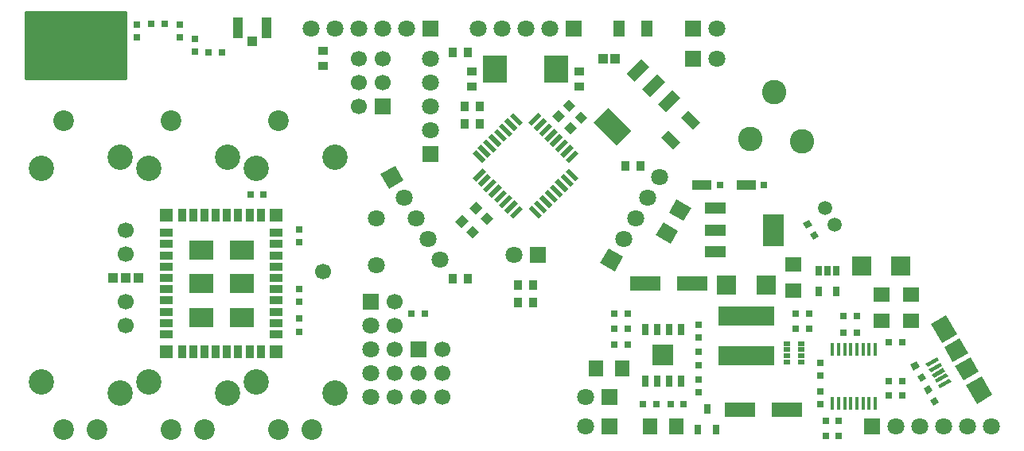
<source format=gts>
%FSLAX34Y34*%
G04 Gerber Fmt 3.4, Leading zero omitted, Abs format*
G04 (created by PCBNEW (2014-03-19 BZR 4756)-product) date Mon 16 Jun 2014 02:55:52 PM CDT*
%MOIN*%
G01*
G70*
G90*
G04 APERTURE LIST*
%ADD10C,0.006000*%
%ADD11R,0.039370X0.059055*%
%ADD12R,0.027559X0.027559*%
%ADD13R,0.070866X0.062992*%
%ADD14R,0.125984X0.062992*%
%ADD15R,0.025591X0.041732*%
%ADD16R,0.086614X0.047244*%
%ADD17R,0.086614X0.137795*%
%ADD18R,0.013800X0.055100*%
%ADD19R,0.100488X0.080803*%
%ADD20R,0.053244X0.053244*%
%ADD21R,0.053244X0.033559*%
%ADD22R,0.033559X0.053244*%
%ADD23R,0.070866X0.070866*%
%ADD24C,0.070866*%
%ADD25R,0.066929X0.066929*%
%ADD26C,0.066929*%
%ADD27R,0.039370X0.039370*%
%ADD28R,0.039370X0.086614*%
%ADD29R,0.062992X0.070866*%
%ADD30R,0.027559X0.051181*%
%ADD31R,0.090551X0.090551*%
%ADD32R,0.236220X0.078740*%
%ADD33R,0.078740X0.043307*%
%ADD34R,0.031496X0.031496*%
%ADD35R,0.078740X0.078740*%
%ADD36R,0.031591X0.023717*%
%ADD37C,0.102362*%
%ADD38C,0.086614*%
%ADD39C,0.106299*%
%ADD40C,0.059055*%
%ADD41R,0.098425X0.118110*%
%ADD42R,0.039370X0.037402*%
%ADD43R,0.045276X0.070866*%
%ADD44R,0.035433X0.039370*%
%ADD45C,0.010000*%
G04 APERTURE END LIST*
G54D10*
G54D11*
X50277Y-37350D03*
X47522Y-37350D03*
G54D12*
X79324Y-49500D03*
X79875Y-49500D03*
X83224Y-50700D03*
X83775Y-50700D03*
G54D10*
G36*
X84673Y-52660D02*
X84912Y-52523D01*
X85050Y-52761D01*
X84811Y-52899D01*
X84673Y-52660D01*
X84673Y-52660D01*
G37*
G36*
X84949Y-53138D02*
X85188Y-53000D01*
X85326Y-53239D01*
X85087Y-53376D01*
X84949Y-53138D01*
X84949Y-53138D01*
G37*
G36*
X84776Y-52239D02*
X84537Y-52376D01*
X84399Y-52138D01*
X84638Y-52000D01*
X84776Y-52239D01*
X84776Y-52239D01*
G37*
G36*
X84500Y-51761D02*
X84261Y-51899D01*
X84123Y-51660D01*
X84362Y-51523D01*
X84500Y-51761D01*
X84500Y-51761D01*
G37*
G54D13*
X82900Y-49801D03*
X82900Y-48698D03*
G54D10*
G36*
X80276Y-46289D02*
X80037Y-46426D01*
X79899Y-46188D01*
X80138Y-46050D01*
X80276Y-46289D01*
X80276Y-46289D01*
G37*
G36*
X80000Y-45811D02*
X79761Y-45949D01*
X79623Y-45710D01*
X79862Y-45573D01*
X80000Y-45811D01*
X80000Y-45811D01*
G37*
G36*
X74326Y-44722D02*
X74939Y-45077D01*
X74624Y-45622D01*
X74011Y-45268D01*
X74326Y-44722D01*
X74326Y-44722D01*
G37*
G36*
X73775Y-45677D02*
X74388Y-46031D01*
X74073Y-46577D01*
X73460Y-46222D01*
X73775Y-45677D01*
X73775Y-45677D01*
G37*
G54D12*
X80350Y-52774D03*
X80350Y-53325D03*
X72924Y-53300D03*
X73475Y-53300D03*
X80350Y-52125D03*
X80350Y-51574D03*
G54D14*
X74984Y-48250D03*
X73015Y-48250D03*
G54D13*
X79200Y-47448D03*
X79200Y-48551D03*
G54D12*
X52324Y-37350D03*
X52875Y-37350D03*
X54150Y-38525D03*
X54150Y-37974D03*
X54724Y-38550D03*
X55275Y-38550D03*
X58500Y-48474D03*
X58500Y-49025D03*
X58500Y-49724D03*
X58500Y-50275D03*
G54D13*
X84150Y-49801D03*
X84150Y-48698D03*
G54D15*
X81024Y-47716D03*
X80650Y-47716D03*
X80275Y-47716D03*
X80275Y-48583D03*
X81024Y-48583D03*
G54D16*
X75929Y-45094D03*
X75929Y-46000D03*
X75929Y-46905D03*
G54D17*
X78370Y-46000D03*
G54D18*
X80854Y-53282D03*
X81110Y-53282D03*
X81366Y-53282D03*
X81622Y-53282D03*
X81878Y-53282D03*
X82134Y-53282D03*
X82390Y-53282D03*
X82646Y-53282D03*
X82646Y-51018D03*
X82390Y-51018D03*
X82134Y-51018D03*
X81878Y-51018D03*
X81622Y-51018D03*
X81366Y-51018D03*
X81110Y-51018D03*
X80854Y-51018D03*
G54D19*
X54403Y-46832D03*
X54403Y-48250D03*
X54403Y-49667D03*
X56096Y-46832D03*
X56096Y-48250D03*
X56096Y-49667D03*
G54D20*
X52946Y-51104D03*
X57553Y-51104D03*
X57553Y-45395D03*
X52946Y-45395D03*
G54D21*
X52946Y-46124D03*
X52946Y-46596D03*
X52946Y-47068D03*
X52946Y-47541D03*
X52946Y-48013D03*
X52946Y-48486D03*
X52946Y-48958D03*
X52946Y-49431D03*
X52946Y-49903D03*
X52946Y-50375D03*
G54D22*
X53596Y-51104D03*
X54068Y-51104D03*
X54541Y-51104D03*
X55013Y-51104D03*
X55486Y-51104D03*
X55958Y-51104D03*
X56431Y-51104D03*
X56903Y-51104D03*
G54D21*
X57553Y-50375D03*
X57553Y-49903D03*
X57553Y-49431D03*
X57553Y-48958D03*
X57553Y-48486D03*
X57553Y-48013D03*
X57553Y-47541D03*
X57553Y-47068D03*
X57553Y-46596D03*
X57553Y-46124D03*
G54D22*
X56903Y-45395D03*
X56431Y-45395D03*
X55958Y-45395D03*
X55486Y-45395D03*
X55013Y-45395D03*
X54541Y-45395D03*
X54068Y-45395D03*
X53596Y-45395D03*
G54D10*
G36*
X85750Y-52238D02*
X85829Y-52374D01*
X85351Y-52650D01*
X85273Y-52514D01*
X85750Y-52238D01*
X85750Y-52238D01*
G37*
G36*
X85622Y-52016D02*
X85701Y-52153D01*
X85223Y-52428D01*
X85145Y-52292D01*
X85622Y-52016D01*
X85622Y-52016D01*
G37*
G36*
X85494Y-51795D02*
X85573Y-51931D01*
X85096Y-52207D01*
X85017Y-52070D01*
X85494Y-51795D01*
X85494Y-51795D01*
G37*
G36*
X85366Y-51573D02*
X85445Y-51709D01*
X84968Y-51985D01*
X84889Y-51849D01*
X85366Y-51573D01*
X85366Y-51573D01*
G37*
G36*
X85238Y-51351D02*
X85317Y-51488D01*
X84840Y-51763D01*
X84761Y-51627D01*
X85238Y-51351D01*
X85238Y-51351D01*
G37*
G36*
X87102Y-52139D02*
X87555Y-52923D01*
X86907Y-53297D01*
X86454Y-52513D01*
X87102Y-52139D01*
X87102Y-52139D01*
G37*
G36*
X85626Y-49582D02*
X86079Y-50366D01*
X85431Y-50740D01*
X84978Y-49956D01*
X85626Y-49582D01*
X85626Y-49582D01*
G37*
G36*
X86187Y-50554D02*
X86541Y-51167D01*
X85893Y-51541D01*
X85539Y-50928D01*
X86187Y-50554D01*
X86187Y-50554D01*
G37*
G36*
X86640Y-51338D02*
X86994Y-51952D01*
X86346Y-52326D01*
X85992Y-51712D01*
X86640Y-51338D01*
X86640Y-51338D01*
G37*
G54D23*
X82500Y-54250D03*
G54D24*
X83500Y-54250D03*
X84500Y-54250D03*
X86500Y-54250D03*
X87500Y-54250D03*
X85500Y-54250D03*
G54D23*
X61500Y-49000D03*
G54D24*
X61500Y-50000D03*
X61500Y-51000D03*
X61500Y-53000D03*
X61500Y-52000D03*
G54D23*
X71500Y-53000D03*
G54D24*
X70500Y-53000D03*
G54D23*
X71500Y-54250D03*
G54D24*
X70500Y-54250D03*
G54D25*
X63500Y-51000D03*
G54D26*
X64500Y-51000D03*
X63500Y-52000D03*
X64500Y-52000D03*
X63500Y-53000D03*
X64500Y-53000D03*
G54D27*
X56550Y-38090D03*
G54D28*
X55959Y-37500D03*
X57140Y-37500D03*
G54D27*
X51781Y-48000D03*
X50718Y-48000D03*
X51250Y-48000D03*
G54D12*
X51700Y-37374D03*
X51700Y-37925D03*
X53500Y-37374D03*
X53500Y-37925D03*
X81125Y-54000D03*
X80574Y-54000D03*
X81875Y-49600D03*
X81324Y-49600D03*
G54D15*
X75225Y-54383D03*
X75600Y-53516D03*
X75974Y-54383D03*
G54D12*
X79875Y-50150D03*
X79324Y-50150D03*
X83775Y-52950D03*
X83224Y-52950D03*
X83775Y-52350D03*
X83224Y-52350D03*
X74074Y-53300D03*
X74625Y-53300D03*
X72275Y-50150D03*
X71724Y-50150D03*
X72275Y-49500D03*
X71724Y-49500D03*
X75250Y-51675D03*
X75250Y-51124D03*
X80574Y-54650D03*
X81125Y-54650D03*
X81324Y-50300D03*
X81875Y-50300D03*
X63775Y-49500D03*
X63224Y-49500D03*
X56474Y-44500D03*
X57025Y-44500D03*
X58500Y-45974D03*
X58500Y-46525D03*
G54D26*
X51250Y-46000D03*
X51250Y-47000D03*
X59500Y-47750D03*
X51250Y-49000D03*
X51250Y-50000D03*
X62500Y-49000D03*
X62500Y-50000D03*
X62500Y-51000D03*
X62500Y-52000D03*
X62500Y-53000D03*
G54D14*
X76965Y-53550D03*
X78934Y-53550D03*
G54D29*
X74301Y-54250D03*
X73198Y-54250D03*
G54D12*
X75250Y-52274D03*
X75250Y-52825D03*
X75250Y-49974D03*
X75250Y-50525D03*
X72275Y-50800D03*
X71724Y-50800D03*
G54D29*
X72051Y-51800D03*
X70948Y-51800D03*
G54D30*
X73000Y-52332D03*
X73500Y-52332D03*
X74000Y-52332D03*
X74500Y-52332D03*
X74500Y-50167D03*
X74000Y-50167D03*
X73500Y-50167D03*
X73000Y-50167D03*
G54D31*
X73750Y-51250D03*
G54D32*
X77250Y-49603D03*
X77250Y-51296D03*
G54D33*
X75394Y-44100D03*
G54D34*
X76142Y-44100D03*
G54D35*
X82073Y-47500D03*
X83726Y-47500D03*
X76423Y-48300D03*
X78076Y-48300D03*
G54D33*
X77244Y-44100D03*
G54D34*
X77992Y-44100D03*
G54D36*
X78944Y-50766D03*
X78944Y-51022D03*
X78944Y-51277D03*
X78944Y-51533D03*
X79555Y-51533D03*
X79555Y-51277D03*
X79555Y-51022D03*
X79555Y-50766D03*
G54D37*
X79590Y-42272D03*
X78409Y-40227D03*
X77397Y-42175D03*
G54D38*
X53161Y-54396D03*
X54538Y-54396D03*
X53161Y-41403D03*
G54D39*
X52196Y-52388D03*
X52196Y-43411D03*
X55503Y-52860D03*
X55503Y-42939D03*
G54D38*
X57661Y-54396D03*
X59038Y-54396D03*
X57661Y-41403D03*
G54D39*
X56696Y-52388D03*
X56696Y-43411D03*
X60003Y-52860D03*
X60003Y-42939D03*
G54D38*
X48661Y-54396D03*
X50038Y-54396D03*
X48661Y-41403D03*
G54D39*
X47696Y-52388D03*
X47696Y-43411D03*
X51003Y-52860D03*
X51003Y-42939D03*
G54D40*
X80553Y-45092D03*
X80946Y-45774D03*
G54D24*
X61750Y-45515D03*
X61750Y-47484D03*
G54D10*
G36*
X70088Y-42631D02*
X70227Y-42770D01*
X69809Y-43188D01*
X69670Y-43048D01*
X70088Y-42631D01*
X70088Y-42631D01*
G37*
G36*
X69865Y-42408D02*
X70004Y-42547D01*
X69586Y-42965D01*
X69447Y-42826D01*
X69865Y-42408D01*
X69865Y-42408D01*
G37*
G36*
X69642Y-42185D02*
X69781Y-42324D01*
X69364Y-42742D01*
X69224Y-42603D01*
X69642Y-42185D01*
X69642Y-42185D01*
G37*
G36*
X69419Y-41962D02*
X69559Y-42102D01*
X69141Y-42520D01*
X69001Y-42380D01*
X69419Y-41962D01*
X69419Y-41962D01*
G37*
G36*
X69197Y-41740D02*
X69337Y-41880D01*
X68919Y-42298D01*
X68779Y-42158D01*
X69197Y-41740D01*
X69197Y-41740D01*
G37*
G36*
X68975Y-41518D02*
X69114Y-41657D01*
X68696Y-42075D01*
X68557Y-41935D01*
X68975Y-41518D01*
X68975Y-41518D01*
G37*
G36*
X68752Y-41295D02*
X68891Y-41434D01*
X68473Y-41852D01*
X68334Y-41713D01*
X68752Y-41295D01*
X68752Y-41295D01*
G37*
G36*
X68529Y-41072D02*
X68668Y-41211D01*
X68251Y-41629D01*
X68111Y-41490D01*
X68529Y-41072D01*
X68529Y-41072D01*
G37*
G36*
X67331Y-41211D02*
X67470Y-41072D01*
X67888Y-41490D01*
X67748Y-41629D01*
X67331Y-41211D01*
X67331Y-41211D01*
G37*
G36*
X67108Y-41434D02*
X67247Y-41295D01*
X67665Y-41713D01*
X67526Y-41852D01*
X67108Y-41434D01*
X67108Y-41434D01*
G37*
G36*
X66885Y-41657D02*
X67024Y-41518D01*
X67442Y-41935D01*
X67303Y-42075D01*
X66885Y-41657D01*
X66885Y-41657D01*
G37*
G36*
X66662Y-41880D02*
X66802Y-41740D01*
X67220Y-42158D01*
X67080Y-42298D01*
X66662Y-41880D01*
X66662Y-41880D01*
G37*
G36*
X66440Y-42102D02*
X66580Y-41962D01*
X66998Y-42380D01*
X66858Y-42520D01*
X66440Y-42102D01*
X66440Y-42102D01*
G37*
G36*
X66218Y-42324D02*
X66357Y-42185D01*
X66775Y-42603D01*
X66635Y-42742D01*
X66218Y-42324D01*
X66218Y-42324D01*
G37*
G36*
X65995Y-42547D02*
X66134Y-42408D01*
X66552Y-42826D01*
X66413Y-42965D01*
X65995Y-42547D01*
X65995Y-42547D01*
G37*
G36*
X65772Y-42770D02*
X65911Y-42631D01*
X66329Y-43048D01*
X66190Y-43188D01*
X65772Y-42770D01*
X65772Y-42770D01*
G37*
G36*
X65911Y-43968D02*
X65772Y-43829D01*
X66190Y-43411D01*
X66329Y-43551D01*
X65911Y-43968D01*
X65911Y-43968D01*
G37*
G36*
X66134Y-44191D02*
X65995Y-44052D01*
X66413Y-43634D01*
X66552Y-43773D01*
X66134Y-44191D01*
X66134Y-44191D01*
G37*
G36*
X66357Y-44414D02*
X66218Y-44275D01*
X66635Y-43857D01*
X66775Y-43996D01*
X66357Y-44414D01*
X66357Y-44414D01*
G37*
G36*
X66580Y-44637D02*
X66440Y-44497D01*
X66858Y-44079D01*
X66998Y-44219D01*
X66580Y-44637D01*
X66580Y-44637D01*
G37*
G36*
X66802Y-44859D02*
X66662Y-44719D01*
X67080Y-44301D01*
X67220Y-44441D01*
X66802Y-44859D01*
X66802Y-44859D01*
G37*
G36*
X67024Y-45081D02*
X66885Y-44942D01*
X67303Y-44524D01*
X67442Y-44664D01*
X67024Y-45081D01*
X67024Y-45081D01*
G37*
G36*
X67247Y-45304D02*
X67108Y-45165D01*
X67526Y-44747D01*
X67665Y-44886D01*
X67247Y-45304D01*
X67247Y-45304D01*
G37*
G36*
X67470Y-45527D02*
X67331Y-45388D01*
X67748Y-44970D01*
X67888Y-45109D01*
X67470Y-45527D01*
X67470Y-45527D01*
G37*
G36*
X68668Y-45388D02*
X68529Y-45527D01*
X68111Y-45109D01*
X68251Y-44970D01*
X68668Y-45388D01*
X68668Y-45388D01*
G37*
G36*
X68891Y-45165D02*
X68752Y-45304D01*
X68334Y-44886D01*
X68473Y-44747D01*
X68891Y-45165D01*
X68891Y-45165D01*
G37*
G36*
X69114Y-44942D02*
X68975Y-45081D01*
X68557Y-44664D01*
X68696Y-44524D01*
X69114Y-44942D01*
X69114Y-44942D01*
G37*
G36*
X69337Y-44719D02*
X69197Y-44859D01*
X68779Y-44441D01*
X68919Y-44301D01*
X69337Y-44719D01*
X69337Y-44719D01*
G37*
G36*
X69559Y-44497D02*
X69419Y-44637D01*
X69001Y-44219D01*
X69141Y-44079D01*
X69559Y-44497D01*
X69559Y-44497D01*
G37*
G36*
X69781Y-44275D02*
X69642Y-44414D01*
X69224Y-43996D01*
X69364Y-43857D01*
X69781Y-44275D01*
X69781Y-44275D01*
G37*
G36*
X70004Y-44052D02*
X69865Y-44191D01*
X69447Y-43773D01*
X69586Y-43634D01*
X70004Y-44052D01*
X70004Y-44052D01*
G37*
G36*
X70227Y-43829D02*
X70088Y-43968D01*
X69670Y-43551D01*
X69809Y-43411D01*
X70227Y-43829D01*
X70227Y-43829D01*
G37*
G36*
X74142Y-40104D02*
X74476Y-40438D01*
X73864Y-41050D01*
X73530Y-40716D01*
X74142Y-40104D01*
X74142Y-40104D01*
G37*
G36*
X73502Y-39463D02*
X73836Y-39797D01*
X73223Y-40410D01*
X72889Y-40076D01*
X73502Y-39463D01*
X73502Y-39463D01*
G37*
G36*
X72861Y-38823D02*
X73195Y-39157D01*
X72583Y-39769D01*
X72249Y-39435D01*
X72861Y-38823D01*
X72861Y-38823D01*
G37*
G36*
X71456Y-40869D02*
X72430Y-41843D01*
X71817Y-42456D01*
X70843Y-41482D01*
X71456Y-40869D01*
X71456Y-40869D01*
G37*
G54D23*
X75000Y-38800D03*
G54D24*
X76000Y-38800D03*
G54D25*
X62000Y-40800D03*
G54D26*
X61000Y-40800D03*
X62000Y-39800D03*
X61000Y-39800D03*
X62000Y-38800D03*
X61000Y-38800D03*
G54D23*
X64000Y-37550D03*
G54D24*
X63000Y-37550D03*
X62000Y-37550D03*
X60000Y-37550D03*
X59000Y-37550D03*
X61000Y-37550D03*
G54D23*
X70000Y-37550D03*
G54D24*
X69000Y-37550D03*
X68000Y-37550D03*
X66000Y-37550D03*
X67000Y-37550D03*
G54D10*
G36*
X71729Y-47736D02*
X71115Y-47381D01*
X71470Y-46768D01*
X72084Y-47122D01*
X71729Y-47736D01*
X71729Y-47736D01*
G37*
G54D24*
X72100Y-46386D03*
X72600Y-45520D03*
X73600Y-43787D03*
X73100Y-44653D03*
G54D10*
G36*
X61915Y-43658D02*
X62529Y-43303D01*
X62884Y-43917D01*
X62270Y-44271D01*
X61915Y-43658D01*
X61915Y-43658D01*
G37*
G54D24*
X62900Y-44653D03*
X63400Y-45520D03*
X64400Y-47252D03*
X63900Y-46386D03*
G54D23*
X64000Y-42800D03*
G54D24*
X64000Y-41800D03*
X64000Y-40800D03*
X64000Y-38800D03*
X64000Y-39800D03*
G54D23*
X68500Y-47050D03*
G54D24*
X67500Y-47050D03*
G54D23*
X75000Y-37550D03*
G54D24*
X76000Y-37550D03*
G54D41*
X69279Y-39250D03*
X66720Y-39250D03*
G54D27*
X71244Y-38800D03*
X71755Y-38800D03*
G54D10*
G36*
X69884Y-41994D02*
X69605Y-41715D01*
X69870Y-41451D01*
X70148Y-41729D01*
X69884Y-41994D01*
X69884Y-41994D01*
G37*
G36*
X70329Y-41548D02*
X70051Y-41270D01*
X70315Y-41005D01*
X70594Y-41284D01*
X70329Y-41548D01*
X70329Y-41548D01*
G37*
G54D42*
X65750Y-39964D03*
X65750Y-39335D03*
X70250Y-39964D03*
X70250Y-39335D03*
G54D10*
G36*
X69384Y-41494D02*
X69105Y-41215D01*
X69370Y-40951D01*
X69648Y-41229D01*
X69384Y-41494D01*
X69384Y-41494D01*
G37*
G36*
X69829Y-41048D02*
X69551Y-40770D01*
X69815Y-40505D01*
X70094Y-40784D01*
X69829Y-41048D01*
X69829Y-41048D01*
G37*
G36*
X65055Y-45634D02*
X65334Y-45355D01*
X65598Y-45620D01*
X65320Y-45898D01*
X65055Y-45634D01*
X65055Y-45634D01*
G37*
G36*
X65501Y-46079D02*
X65779Y-45801D01*
X66044Y-46065D01*
X65765Y-46344D01*
X65501Y-46079D01*
X65501Y-46079D01*
G37*
G36*
X66644Y-45515D02*
X66365Y-45794D01*
X66101Y-45529D01*
X66379Y-45251D01*
X66644Y-45515D01*
X66644Y-45515D01*
G37*
G36*
X66198Y-45070D02*
X65920Y-45348D01*
X65655Y-45084D01*
X65934Y-44805D01*
X66198Y-45070D01*
X66198Y-45070D01*
G37*
G54D43*
X73090Y-37550D03*
X71909Y-37550D03*
G54D10*
G36*
X74172Y-42628D02*
X73671Y-42127D01*
X73991Y-41806D01*
X74493Y-42308D01*
X74172Y-42628D01*
X74172Y-42628D01*
G37*
G36*
X75008Y-41793D02*
X74506Y-41291D01*
X74827Y-40971D01*
X75328Y-41472D01*
X75008Y-41793D01*
X75008Y-41793D01*
G37*
G54D42*
X59500Y-39114D03*
X59500Y-38485D03*
G54D44*
X64935Y-48050D03*
X65564Y-48050D03*
X72814Y-43300D03*
X72185Y-43300D03*
X65564Y-38550D03*
X64935Y-38550D03*
X65435Y-41550D03*
X66064Y-41550D03*
X68314Y-48300D03*
X67685Y-48300D03*
X65435Y-40800D03*
X66064Y-40800D03*
X68314Y-49050D03*
X67685Y-49050D03*
G54D10*
G36*
X51250Y-39650D02*
X47050Y-39650D01*
X47050Y-36850D01*
X51250Y-36850D01*
X51250Y-39650D01*
X51250Y-39650D01*
G37*
G54D45*
X51250Y-39650D02*
X47050Y-39650D01*
X47050Y-36850D01*
X51250Y-36850D01*
X51250Y-39650D01*
M02*

</source>
